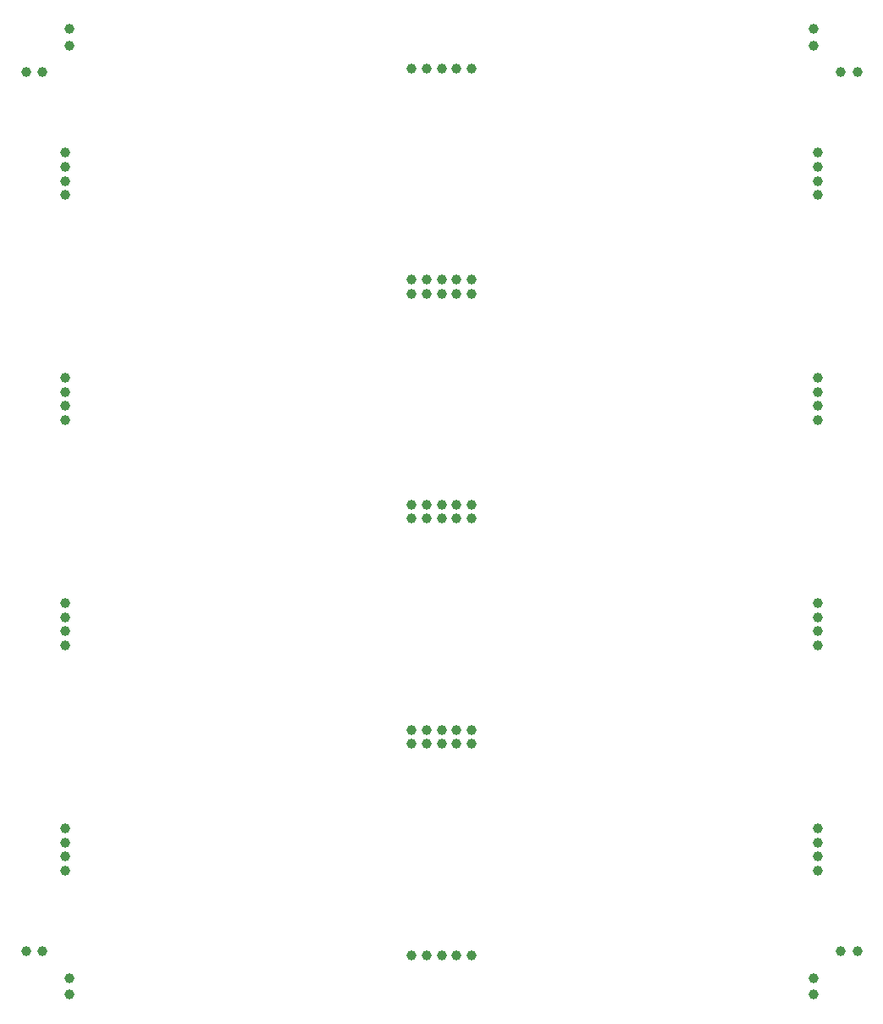
<source format=gbr>
%TF.GenerationSoftware,KiCad,Pcbnew,7.0.2*%
%TF.CreationDate,2023-06-18T21:37:12+09:00*%
%TF.ProjectId,PmodPLED_kikit,506d6f64-504c-4454-945f-6b696b69742e,rev?*%
%TF.SameCoordinates,Original*%
%TF.FileFunction,Soldermask,Bot*%
%TF.FilePolarity,Negative*%
%FSLAX46Y46*%
G04 Gerber Fmt 4.6, Leading zero omitted, Abs format (unit mm)*
G04 Created by KiCad (PCBNEW 7.0.2) date 2023-06-18 21:37:12*
%MOMM*%
%LPD*%
G01*
G04 APERTURE LIST*
%ADD10C,1.000000*%
G04 APERTURE END LIST*
D10*
%TO.C,REF\u002A\u002A*%
X147000000Y-113270792D03*
%TD*%
%TO.C,REF\u002A\u002A*%
X145500000Y-68235396D03*
%TD*%
%TO.C,REF\u002A\u002A*%
X151500000Y-24602382D03*
%TD*%
%TO.C,REF\u002A\u002A*%
X147000000Y-69637778D03*
%TD*%
%TO.C,REF\u002A\u002A*%
X110870246Y-37258849D03*
%TD*%
%TO.C,REF\u002A\u002A*%
X110870246Y-58376547D03*
%TD*%
%TO.C,REF\u002A\u002A*%
X111270246Y-20666667D03*
%TD*%
%TO.C,REF\u002A\u002A*%
X111270246Y-22333334D03*
%TD*%
%TO.C,REF\u002A\u002A*%
X145500000Y-47120080D03*
%TD*%
%TO.C,REF\u002A\u002A*%
X148500000Y-92155476D03*
%TD*%
%TO.C,REF\u002A\u002A*%
X186128838Y-37258803D03*
%TD*%
%TO.C,REF\u002A\u002A*%
X151500000Y-68235396D03*
%TD*%
%TO.C,REF\u002A\u002A*%
X151500000Y-92155476D03*
%TD*%
%TO.C,REF\u002A\u002A*%
X148500000Y-69637778D03*
%TD*%
%TO.C,REF\u002A\u002A*%
X148500000Y-45717698D03*
%TD*%
%TO.C,REF\u002A\u002A*%
X150000000Y-45717698D03*
%TD*%
%TO.C,REF\u002A\u002A*%
X145500000Y-90753094D03*
%TD*%
%TO.C,REF\u002A\u002A*%
X145500000Y-45717698D03*
%TD*%
%TO.C,REF\u002A\u002A*%
X185729754Y-117204125D03*
%TD*%
%TO.C,REF\u002A\u002A*%
X186128520Y-34458804D03*
%TD*%
%TO.C,REF\u002A\u002A*%
X186128838Y-59776501D03*
%TD*%
%TO.C,REF\u002A\u002A*%
X190063087Y-112870792D03*
%TD*%
%TO.C,REF\u002A\u002A*%
X186128520Y-102011897D03*
%TD*%
%TO.C,REF\u002A\u002A*%
X145500000Y-24602382D03*
%TD*%
%TO.C,REF\u002A\u002A*%
X110870246Y-79494245D03*
%TD*%
%TO.C,REF\u002A\u002A*%
X110870246Y-102011943D03*
%TD*%
%TO.C,REF\u002A\u002A*%
X110870246Y-104811943D03*
%TD*%
%TO.C,REF\u002A\u002A*%
X111270246Y-115537458D03*
%TD*%
%TO.C,REF\u002A\u002A*%
X185729754Y-22333334D03*
%TD*%
%TO.C,REF\u002A\u002A*%
X185729754Y-115537458D03*
%TD*%
%TO.C,REF\u002A\u002A*%
X150000000Y-90753094D03*
%TD*%
%TO.C,REF\u002A\u002A*%
X110870246Y-35858849D03*
%TD*%
%TO.C,REF\u002A\u002A*%
X108603580Y-112870792D03*
%TD*%
%TO.C,REF\u002A\u002A*%
X147000000Y-24602382D03*
%TD*%
%TO.C,REF\u002A\u002A*%
X186128520Y-56976501D03*
%TD*%
%TO.C,REF\u002A\u002A*%
X190063087Y-25000000D03*
%TD*%
%TO.C,REF\u002A\u002A*%
X186128838Y-82294199D03*
%TD*%
%TO.C,REF\u002A\u002A*%
X148500000Y-90753094D03*
%TD*%
%TO.C,REF\u002A\u002A*%
X186128361Y-55576501D03*
%TD*%
%TO.C,REF\u002A\u002A*%
X188396420Y-112870792D03*
%TD*%
%TO.C,REF\u002A\u002A*%
X147000000Y-92155476D03*
%TD*%
%TO.C,REF\u002A\u002A*%
X111270246Y-117204125D03*
%TD*%
%TO.C,REF\u002A\u002A*%
X110870246Y-34458849D03*
%TD*%
%TO.C,REF\u002A\u002A*%
X110870246Y-82294245D03*
%TD*%
%TO.C,REF\u002A\u002A*%
X110870246Y-80894245D03*
%TD*%
%TO.C,REF\u002A\u002A*%
X186128838Y-104811897D03*
%TD*%
%TO.C,REF\u002A\u002A*%
X186128361Y-78094199D03*
%TD*%
%TO.C,REF\u002A\u002A*%
X151500000Y-47120080D03*
%TD*%
%TO.C,REF\u002A\u002A*%
X186128679Y-80894199D03*
%TD*%
%TO.C,REF\u002A\u002A*%
X188396420Y-25000000D03*
%TD*%
%TO.C,REF\u002A\u002A*%
X150000000Y-92155476D03*
%TD*%
%TO.C,REF\u002A\u002A*%
X150000000Y-69637778D03*
%TD*%
%TO.C,REF\u002A\u002A*%
X151500000Y-69637778D03*
%TD*%
%TO.C,REF\u002A\u002A*%
X151500000Y-113270792D03*
%TD*%
%TO.C,REF\u002A\u002A*%
X186128679Y-58376501D03*
%TD*%
%TO.C,REF\u002A\u002A*%
X151500000Y-45717698D03*
%TD*%
%TO.C,REF\u002A\u002A*%
X148500000Y-68235396D03*
%TD*%
%TO.C,REF\u002A\u002A*%
X186128361Y-100611897D03*
%TD*%
%TO.C,REF\u002A\u002A*%
X110870246Y-33058849D03*
%TD*%
%TO.C,REF\u002A\u002A*%
X186128679Y-35858803D03*
%TD*%
%TO.C,REF\u002A\u002A*%
X148500000Y-24602382D03*
%TD*%
%TO.C,REF\u002A\u002A*%
X150000000Y-68235396D03*
%TD*%
%TO.C,REF\u002A\u002A*%
X150000000Y-113270792D03*
%TD*%
%TO.C,REF\u002A\u002A*%
X147000000Y-68235396D03*
%TD*%
%TO.C,REF\u002A\u002A*%
X145500000Y-113270792D03*
%TD*%
%TO.C,REF\u002A\u002A*%
X108603580Y-25000000D03*
%TD*%
%TO.C,REF\u002A\u002A*%
X186128361Y-33058804D03*
%TD*%
%TO.C,REF\u002A\u002A*%
X147000000Y-47120080D03*
%TD*%
%TO.C,REF\u002A\u002A*%
X151500000Y-90753094D03*
%TD*%
%TO.C,REF\u002A\u002A*%
X150000000Y-24602382D03*
%TD*%
%TO.C,REF\u002A\u002A*%
X110870246Y-78094245D03*
%TD*%
%TO.C,REF\u002A\u002A*%
X145500000Y-69637778D03*
%TD*%
%TO.C,REF\u002A\u002A*%
X185729754Y-20666667D03*
%TD*%
%TO.C,REF\u002A\u002A*%
X148500000Y-113270792D03*
%TD*%
%TO.C,REF\u002A\u002A*%
X110870246Y-55576547D03*
%TD*%
%TO.C,REF\u002A\u002A*%
X106936913Y-25000000D03*
%TD*%
%TO.C,REF\u002A\u002A*%
X110870246Y-103411943D03*
%TD*%
%TO.C,REF\u002A\u002A*%
X110870246Y-56976547D03*
%TD*%
%TO.C,REF\u002A\u002A*%
X147000000Y-45717698D03*
%TD*%
%TO.C,REF\u002A\u002A*%
X147000000Y-90753094D03*
%TD*%
%TO.C,REF\u002A\u002A*%
X186128520Y-79494199D03*
%TD*%
%TO.C,REF\u002A\u002A*%
X110870246Y-59776547D03*
%TD*%
%TO.C,REF\u002A\u002A*%
X110870246Y-100611943D03*
%TD*%
%TO.C,REF\u002A\u002A*%
X186128679Y-103411897D03*
%TD*%
%TO.C,REF\u002A\u002A*%
X150000000Y-47120080D03*
%TD*%
%TO.C,REF\u002A\u002A*%
X106936913Y-112870792D03*
%TD*%
%TO.C,REF\u002A\u002A*%
X145500000Y-92155476D03*
%TD*%
%TO.C,REF\u002A\u002A*%
X148500000Y-47120080D03*
%TD*%
M02*

</source>
